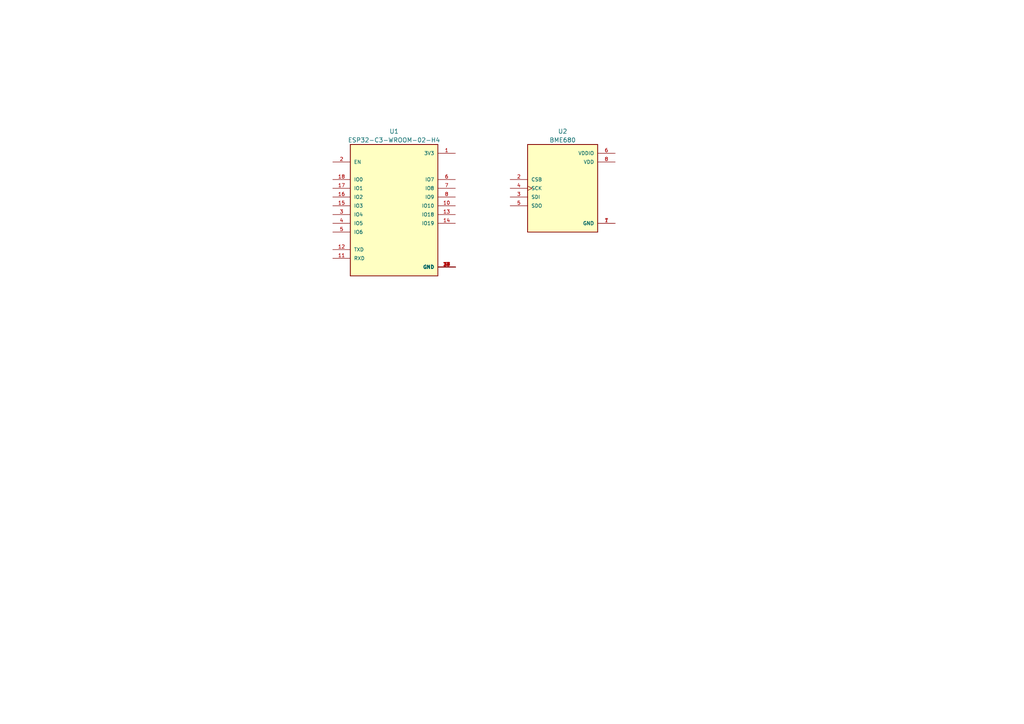
<source format=kicad_sch>
(kicad_sch (version 20230121) (generator eeschema)
  (paper "A4")
  (lib_symbols
    (symbol "BME680:BME680" (pin_names (offset 1.016))
      (property "Reference" "U" (at -10.1693 13.22 0))
      (property "Value" "BME680" (at -10.1798 -15.5193 0))
      (symbol "BME680_0_0"
        (rectangle (start -10.16 -12.7) (end 10.16 12.7) (stroke (width 0.254)) (fill (type background)))
        (pin power_in line (at 15.24 -10.16 180) (length 5.08) (name "GND") (number "1"))
        (pin input line (at -15.24 2.54 0) (length 5.08) (name "CSB") (number "2"))
        (pin bidirectional line (at -15.24 -2.54 0) (length 5.08) (name "SDI") (number "3"))
        (pin input clock (at -15.24 0 0) (length 5.08) (name "SCK") (number "4"))
        (pin bidirectional line (at -15.24 -5.08 0) (length 5.08) (name "SDO") (number "5"))
        (pin power_in line (at 15.24 10.16 180) (length 5.08) (name "VDDIO") (number "6"))
        (pin power_in line (at 15.24 -10.16 180) (length 5.08) (name "GND") (number "7"))
        (pin power_in line (at 15.24 7.62 180) (length 5.08) (name "VDD") (number "8"))
      )
    )
    (symbol "ESP32-C3-WROOM-02-H4:ESP32-C3-WROOM-02-H4" (pin_names (offset 1.016))
      (property "Reference" "U" (at -12.7 21.082 0))
      (property "Value" "ESP32-C3-WROOM-02-H4" (at -12.7 -18.542 0))
      (symbol "ESP32-C3-WROOM-02-H4_0_0"
        (rectangle (start -12.7 -17.78) (end 12.7 20.32) (stroke (width 0.254)) (fill (type background)))
        (pin power_in line (at 17.78 17.78 180) (length 5.08) (name "3V3") (number "1"))
        (pin bidirectional line (at 17.78 2.54 180) (length 5.08) (name "IO10") (number "10"))
        (pin bidirectional line (at -17.78 -12.7 0) (length 5.08) (name "RXD") (number "11"))
        (pin bidirectional line (at -17.78 -10.16 0) (length 5.08) (name "TXD") (number "12"))
        (pin bidirectional line (at 17.78 0 180) (length 5.08) (name "IO18") (number "13"))
        (pin bidirectional line (at 17.78 -2.54 180) (length 5.08) (name "IO19") (number "14"))
        (pin bidirectional line (at -17.78 2.54 0) (length 5.08) (name "IO3") (number "15"))
        (pin bidirectional line (at -17.78 5.08 0) (length 5.08) (name "IO2") (number "16"))
        (pin bidirectional line (at -17.78 7.62 0) (length 5.08) (name "IO1") (number "17"))
        (pin bidirectional line (at -17.78 10.16 0) (length 5.08) (name "IO0") (number "18"))
        (pin power_in line (at 17.78 -15.24 180) (length 5.08) (name "GND") (number "19"))
        (pin input line (at -17.78 15.24 0) (length 5.08) (name "EN") (number "2"))
        (pin power_in line (at 17.78 -15.24 180) (length 5.08) (name "GND") (number "20"))
        (pin power_in line (at 17.78 -15.24 180) (length 5.08) (name "GND") (number "21"))
        (pin power_in line (at 17.78 -15.24 180) (length 5.08) (name "GND") (number "22"))
        (pin power_in line (at 17.78 -15.24 180) (length 5.08) (name "GND") (number "23"))
        (pin power_in line (at 17.78 -15.24 180) (length 5.08) (name "GND") (number "24"))
        (pin power_in line (at 17.78 -15.24 180) (length 5.08) (name "GND") (number "25"))
        (pin power_in line (at 17.78 -15.24 180) (length 5.08) (name "GND") (number "26"))
        (pin power_in line (at 17.78 -15.24 180) (length 5.08) (name "GND") (number "27"))
        (pin power_in line (at 17.78 -15.24 180) (length 5.08) (name "GND") (number "28"))
        (pin power_in line (at 17.78 -15.24 180) (length 5.08) (name "GND") (number "29"))
        (pin bidirectional line (at -17.78 0 0) (length 5.08) (name "IO4") (number "3"))
        (pin power_in line (at 17.78 -15.24 180) (length 5.08) (name "GND") (number "30"))
        (pin power_in line (at 17.78 -15.24 180) (length 5.08) (name "GND") (number "31"))
        (pin power_in line (at 17.78 -15.24 180) (length 5.08) (name "GND") (number "32"))
        (pin power_in line (at 17.78 -15.24 180) (length 5.08) (name "GND") (number "33"))
        (pin power_in line (at 17.78 -15.24 180) (length 5.08) (name "GND") (number "34"))
        (pin power_in line (at 17.78 -15.24 180) (length 5.08) (name "GND") (number "35"))
        (pin power_in line (at 17.78 -15.24 180) (length 5.08) (name "GND") (number "36"))
        (pin power_in line (at 17.78 -15.24 180) (length 5.08) (name "GND") (number "37"))
        (pin power_in line (at 17.78 -15.24 180) (length 5.08) (name "GND") (number "38"))
        (pin power_in line (at 17.78 -15.24 180) (length 5.08) (name "GND") (number "39"))
        (pin bidirectional line (at -17.78 -2.54 0) (length 5.08) (name "IO5") (number "4"))
        (pin bidirectional line (at -17.78 -5.08 0) (length 5.08) (name "IO6") (number "5"))
        (pin bidirectional line (at 17.78 10.16 180) (length 5.08) (name "IO7") (number "6"))
        (pin bidirectional line (at 17.78 7.62 180) (length 5.08) (name "IO8") (number "7"))
        (pin bidirectional line (at 17.78 5.08 180) (length 5.08) (name "IO9") (number "8"))
        (pin power_in line (at 17.78 -15.24 180) (length 5.08) (name "GND") (number "9"))
      )
    )
  )
  (symbol (lib_id "ESP32-C3-WROOM-02-H4:ESP32-C3-WROOM-02-H4") (at 114.3 62.23 0) (unit 1)
    (property "Reference" "U1" (at 114.3 38.1 0))
    (property "Value" "ESP32-C3-WROOM-02-H4" (at 114.3 40.64 0))
    (property "Footprint" "MODULE_ESP32-C3-WROOM-02-H4" (effects hide))
    (property "MF" "Espressif Systems" (effects hide))
    (property "Description" "WiFi Modules (802.11) (Engineering Samples) SMD module, ESP32-C3, 4MB SPI flash, PCB antenna, -40 C +105 C" (effects hide))
    (property "Package" "Package" (effects hide))
    (property "Price" "None" (effects hide))
    (property "MP" "ESP32-C3-WROOM-02-H4" (effects hide))
    (property "Availability" "In Stock" (effects hide))
    (property "Purchase-URL" "https://pricing.snapeda.com/search/part/ESP32-C3-WROOM-02-H4/?ref=eda" (effects hide))
  )
  (symbol (lib_id "BME680:BME680") (at 163.195 54.61 0) (unit 1)
    (property "Reference" "U2" (at 163.195 38.1 0))
    (property "Value" "BME680" (at 163.195 40.64 0))
    (property "Footprint" "PSON80P300X300X100-8N" (effects hide))
    (property "MF" "Bosch Sensortec" (effects hide))
    (property "MAXIMUM_PACKAGE_HEIGHT" "1mm" (effects hide))
    (property "PACKAGE" "LGA-8 Bosch Tools" (effects hide))
    (property "PRICE" "None" (effects hide))
    (property "STANDARD" "IPC-7351B" (effects hide))
    (property "PARTREV" "1.0" (effects hide))
    (property "MP" "BME680" (effects hide))
    (property "AVAILABILITY" "Unavailable" (effects hide))
    (property "DESCRIPTION" "Integrated Environmental Unit" (effects hide))
  )
)
</source>
